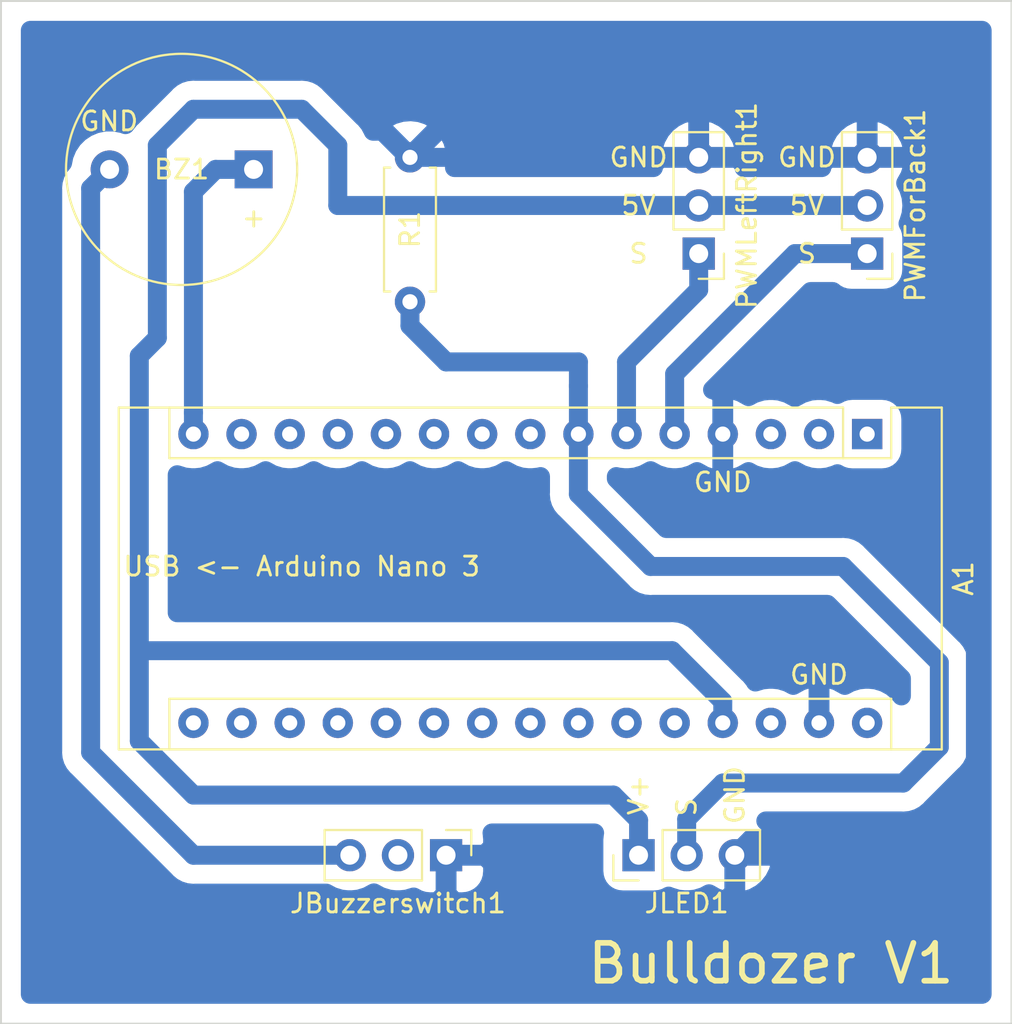
<source format=kicad_pcb>
(kicad_pcb (version 20171130) (host pcbnew "(5.1.4)-1")

  (general
    (thickness 1.6)
    (drawings 24)
    (tracks 64)
    (zones 0)
    (modules 7)
    (nets 32)
  )

  (page A4)
  (layers
    (0 F.Cu signal hide)
    (31 B.Cu signal)
    (32 B.Adhes user hide)
    (33 F.Adhes user hide)
    (34 B.Paste user hide)
    (35 F.Paste user hide)
    (36 B.SilkS user hide)
    (37 F.SilkS user)
    (38 B.Mask user)
    (39 F.Mask user hide)
    (40 Dwgs.User user hide)
    (41 Cmts.User user hide)
    (42 Eco1.User user hide)
    (43 Eco2.User user hide)
    (44 Edge.Cuts user)
    (45 Margin user)
    (46 B.CrtYd user hide)
    (47 F.CrtYd user hide)
    (48 B.Fab user hide)
    (49 F.Fab user hide)
  )

  (setup
    (last_trace_width 1)
    (user_trace_width 1)
    (trace_clearance 0.2)
    (zone_clearance 0.508)
    (zone_45_only no)
    (trace_min 0.2)
    (via_size 0.8)
    (via_drill 0.4)
    (via_min_size 0.4)
    (via_min_drill 0.3)
    (uvia_size 0.3)
    (uvia_drill 0.1)
    (uvias_allowed no)
    (uvia_min_size 0.2)
    (uvia_min_drill 0.1)
    (edge_width 0.05)
    (segment_width 0.2)
    (pcb_text_width 0.3)
    (pcb_text_size 1.5 1.5)
    (mod_edge_width 0.12)
    (mod_text_size 1 1)
    (mod_text_width 0.15)
    (pad_size 1.524 1.524)
    (pad_drill 0.762)
    (pad_to_mask_clearance 0.051)
    (solder_mask_min_width 0.25)
    (aux_axis_origin 0 0)
    (visible_elements 7FFFFFFF)
    (pcbplotparams
      (layerselection 0x010fc_ffffffff)
      (usegerberextensions false)
      (usegerberattributes false)
      (usegerberadvancedattributes false)
      (creategerberjobfile false)
      (excludeedgelayer true)
      (linewidth 0.100000)
      (plotframeref false)
      (viasonmask false)
      (mode 1)
      (useauxorigin false)
      (hpglpennumber 1)
      (hpglpenspeed 20)
      (hpglpendiameter 15.000000)
      (psnegative false)
      (psa4output false)
      (plotreference true)
      (plotvalue true)
      (plotinvisibletext false)
      (padsonsilk false)
      (subtractmaskfromsilk false)
      (outputformat 1)
      (mirror false)
      (drillshape 1)
      (scaleselection 1)
      (outputdirectory ""))
  )

  (net 0 "")
  (net 1 "Net-(A1-Pad16)")
  (net 2 "Net-(A1-Pad15)")
  (net 3 "Net-(A1-Pad30)")
  (net 4 "Net-(A1-Pad14)")
  (net 5 "Net-(A1-Pad29)")
  (net 6 "Net-(A1-Pad13)")
  (net 7 "Net-(A1-Pad28)")
  (net 8 "Net-(A1-Pad12)")
  (net 9 "Net-(A1-Pad27)")
  (net 10 "Net-(A1-Pad11)")
  (net 11 "Net-(A1-Pad26)")
  (net 12 "Net-(A1-Pad10)")
  (net 13 "Net-(A1-Pad25)")
  (net 14 "Net-(A1-Pad9)")
  (net 15 "Net-(A1-Pad24)")
  (net 16 "Net-(A1-Pad8)")
  (net 17 "Net-(A1-Pad23)")
  (net 18 "Net-(A1-Pad7)")
  (net 19 "Net-(A1-Pad22)")
  (net 20 "Net-(A1-Pad6)")
  (net 21 "Net-(A1-Pad21)")
  (net 22 "Net-(A1-Pad5)")
  (net 23 "Net-(A1-Pad20)")
  (net 24 "Net-(A1-Pad19)")
  (net 25 "Net-(A1-Pad3)")
  (net 26 "Net-(A1-Pad18)")
  (net 27 "Net-(A1-Pad2)")
  (net 28 "Net-(A1-Pad17)")
  (net 29 "Net-(A1-Pad1)")
  (net 30 "Net-(BZ1-Pad2)")
  (net 31 "Net-(JBuzzerswitch1-Pad2)")

  (net_class Default "Dies ist die voreingestellte Netzklasse."
    (clearance 0.2)
    (trace_width 0.25)
    (via_dia 0.8)
    (via_drill 0.4)
    (uvia_dia 0.3)
    (uvia_drill 0.1)
    (add_net "Net-(A1-Pad1)")
    (add_net "Net-(A1-Pad10)")
    (add_net "Net-(A1-Pad11)")
    (add_net "Net-(A1-Pad12)")
    (add_net "Net-(A1-Pad13)")
    (add_net "Net-(A1-Pad14)")
    (add_net "Net-(A1-Pad15)")
    (add_net "Net-(A1-Pad16)")
    (add_net "Net-(A1-Pad17)")
    (add_net "Net-(A1-Pad18)")
    (add_net "Net-(A1-Pad19)")
    (add_net "Net-(A1-Pad2)")
    (add_net "Net-(A1-Pad20)")
    (add_net "Net-(A1-Pad21)")
    (add_net "Net-(A1-Pad22)")
    (add_net "Net-(A1-Pad23)")
    (add_net "Net-(A1-Pad24)")
    (add_net "Net-(A1-Pad25)")
    (add_net "Net-(A1-Pad26)")
    (add_net "Net-(A1-Pad27)")
    (add_net "Net-(A1-Pad28)")
    (add_net "Net-(A1-Pad29)")
    (add_net "Net-(A1-Pad3)")
    (add_net "Net-(A1-Pad30)")
    (add_net "Net-(A1-Pad5)")
    (add_net "Net-(A1-Pad6)")
    (add_net "Net-(A1-Pad7)")
    (add_net "Net-(A1-Pad8)")
    (add_net "Net-(A1-Pad9)")
    (add_net "Net-(BZ1-Pad2)")
    (add_net "Net-(JBuzzerswitch1-Pad2)")
  )

  (module Resistor_THT:R_Axial_DIN0207_L6.3mm_D2.5mm_P7.62mm_Horizontal (layer F.Cu) (tedit 5AE5139B) (tstamp 5DCC492E)
    (at 121.92 67.945 270)
    (descr "Resistor, Axial_DIN0207 series, Axial, Horizontal, pin pitch=7.62mm, 0.25W = 1/4W, length*diameter=6.3*2.5mm^2, http://cdn-reichelt.de/documents/datenblatt/B400/1_4W%23YAG.pdf")
    (tags "Resistor Axial_DIN0207 series Axial Horizontal pin pitch 7.62mm 0.25W = 1/4W length 6.3mm diameter 2.5mm")
    (path /5DCC6492)
    (fp_text reference R1 (at 3.81 0 90) (layer F.SilkS)
      (effects (font (size 1 1) (thickness 0.15)))
    )
    (fp_text value 270 (at 3.81 2.37 90) (layer F.Fab)
      (effects (font (size 1 1) (thickness 0.15)))
    )
    (fp_text user %R (at 3.81 0 90) (layer F.Fab)
      (effects (font (size 1 1) (thickness 0.15)))
    )
    (fp_line (start 8.67 -1.5) (end -1.05 -1.5) (layer F.CrtYd) (width 0.05))
    (fp_line (start 8.67 1.5) (end 8.67 -1.5) (layer F.CrtYd) (width 0.05))
    (fp_line (start -1.05 1.5) (end 8.67 1.5) (layer F.CrtYd) (width 0.05))
    (fp_line (start -1.05 -1.5) (end -1.05 1.5) (layer F.CrtYd) (width 0.05))
    (fp_line (start 7.08 1.37) (end 7.08 1.04) (layer F.SilkS) (width 0.12))
    (fp_line (start 0.54 1.37) (end 7.08 1.37) (layer F.SilkS) (width 0.12))
    (fp_line (start 0.54 1.04) (end 0.54 1.37) (layer F.SilkS) (width 0.12))
    (fp_line (start 7.08 -1.37) (end 7.08 -1.04) (layer F.SilkS) (width 0.12))
    (fp_line (start 0.54 -1.37) (end 7.08 -1.37) (layer F.SilkS) (width 0.12))
    (fp_line (start 0.54 -1.04) (end 0.54 -1.37) (layer F.SilkS) (width 0.12))
    (fp_line (start 7.62 0) (end 6.96 0) (layer F.Fab) (width 0.1))
    (fp_line (start 0 0) (end 0.66 0) (layer F.Fab) (width 0.1))
    (fp_line (start 6.96 -1.25) (end 0.66 -1.25) (layer F.Fab) (width 0.1))
    (fp_line (start 6.96 1.25) (end 6.96 -1.25) (layer F.Fab) (width 0.1))
    (fp_line (start 0.66 1.25) (end 6.96 1.25) (layer F.Fab) (width 0.1))
    (fp_line (start 0.66 -1.25) (end 0.66 1.25) (layer F.Fab) (width 0.1))
    (pad 2 thru_hole oval (at 7.62 0 270) (size 1.6 1.6) (drill 0.8) (layers *.Cu *.Mask)
      (net 18 "Net-(A1-Pad7)"))
    (pad 1 thru_hole circle (at 0 0 270) (size 1.6 1.6) (drill 0.8) (layers *.Cu *.Mask)
      (net 5 "Net-(A1-Pad29)"))
    (model ${KISYS3DMOD}/Resistor_THT.3dshapes/R_Axial_DIN0207_L6.3mm_D2.5mm_P7.62mm_Horizontal.wrl
      (at (xyz 0 0 0))
      (scale (xyz 1 1 1))
      (rotate (xyz 0 0 0))
    )
  )

  (module Connector_PinHeader_2.54mm:PinHeader_1x03_P2.54mm_Vertical (layer F.Cu) (tedit 59FED5CC) (tstamp 5DCC4900)
    (at 133.985 104.775 90)
    (descr "Through hole straight pin header, 1x03, 2.54mm pitch, single row")
    (tags "Through hole pin header THT 1x03 2.54mm single row")
    (path /5DCC43B3)
    (fp_text reference JLED1 (at -2.54 2.54) (layer F.SilkS)
      (effects (font (size 1 1) (thickness 0.15)))
    )
    (fp_text value Conn_01x03 (at 0 7.41 90) (layer F.Fab)
      (effects (font (size 1 1) (thickness 0.15)))
    )
    (fp_text user %R (at 0 2.54) (layer F.Fab)
      (effects (font (size 1 1) (thickness 0.15)))
    )
    (fp_line (start 1.8 -1.8) (end -1.8 -1.8) (layer F.CrtYd) (width 0.05))
    (fp_line (start 1.8 6.85) (end 1.8 -1.8) (layer F.CrtYd) (width 0.05))
    (fp_line (start -1.8 6.85) (end 1.8 6.85) (layer F.CrtYd) (width 0.05))
    (fp_line (start -1.8 -1.8) (end -1.8 6.85) (layer F.CrtYd) (width 0.05))
    (fp_line (start -1.33 -1.33) (end 0 -1.33) (layer F.SilkS) (width 0.12))
    (fp_line (start -1.33 0) (end -1.33 -1.33) (layer F.SilkS) (width 0.12))
    (fp_line (start -1.33 1.27) (end 1.33 1.27) (layer F.SilkS) (width 0.12))
    (fp_line (start 1.33 1.27) (end 1.33 6.41) (layer F.SilkS) (width 0.12))
    (fp_line (start -1.33 1.27) (end -1.33 6.41) (layer F.SilkS) (width 0.12))
    (fp_line (start -1.33 6.41) (end 1.33 6.41) (layer F.SilkS) (width 0.12))
    (fp_line (start -1.27 -0.635) (end -0.635 -1.27) (layer F.Fab) (width 0.1))
    (fp_line (start -1.27 6.35) (end -1.27 -0.635) (layer F.Fab) (width 0.1))
    (fp_line (start 1.27 6.35) (end -1.27 6.35) (layer F.Fab) (width 0.1))
    (fp_line (start 1.27 -1.27) (end 1.27 6.35) (layer F.Fab) (width 0.1))
    (fp_line (start -0.635 -1.27) (end 1.27 -1.27) (layer F.Fab) (width 0.1))
    (pad 3 thru_hole oval (at 0 5.08 90) (size 1.7 1.7) (drill 1) (layers *.Cu *.Mask)
      (net 5 "Net-(A1-Pad29)"))
    (pad 2 thru_hole oval (at 0 2.54 90) (size 1.7 1.7) (drill 1) (layers *.Cu *.Mask)
      (net 18 "Net-(A1-Pad7)"))
    (pad 1 thru_hole rect (at 0 0 90) (size 1.7 1.7) (drill 1) (layers *.Cu *.Mask)
      (net 9 "Net-(A1-Pad27)"))
    (model ${KISYS3DMOD}/Connector_PinHeader_2.54mm.3dshapes/PinHeader_1x03_P2.54mm_Vertical.wrl
      (at (xyz 0 0 0))
      (scale (xyz 1 1 1))
      (rotate (xyz 0 0 0))
    )
  )

  (module Connector_PinHeader_2.54mm:PinHeader_1x03_P2.54mm_Vertical (layer F.Cu) (tedit 59FED5CC) (tstamp 5DCC48E9)
    (at 146.05 73.025 180)
    (descr "Through hole straight pin header, 1x03, 2.54mm pitch, single row")
    (tags "Through hole pin header THT 1x03 2.54mm single row")
    (path /5DCC9800)
    (fp_text reference PWMForBack1 (at -2.54 2.54 90) (layer F.SilkS)
      (effects (font (size 1 1) (thickness 0.15)))
    )
    (fp_text value Conn_01x03 (at 0 7.41) (layer F.Fab)
      (effects (font (size 1 1) (thickness 0.15)))
    )
    (fp_text user %R (at 0 2.54 90) (layer F.Fab)
      (effects (font (size 1 1) (thickness 0.15)))
    )
    (fp_line (start 1.8 -1.8) (end -1.8 -1.8) (layer F.CrtYd) (width 0.05))
    (fp_line (start 1.8 6.85) (end 1.8 -1.8) (layer F.CrtYd) (width 0.05))
    (fp_line (start -1.8 6.85) (end 1.8 6.85) (layer F.CrtYd) (width 0.05))
    (fp_line (start -1.8 -1.8) (end -1.8 6.85) (layer F.CrtYd) (width 0.05))
    (fp_line (start -1.33 -1.33) (end 0 -1.33) (layer F.SilkS) (width 0.12))
    (fp_line (start -1.33 0) (end -1.33 -1.33) (layer F.SilkS) (width 0.12))
    (fp_line (start -1.33 1.27) (end 1.33 1.27) (layer F.SilkS) (width 0.12))
    (fp_line (start 1.33 1.27) (end 1.33 6.41) (layer F.SilkS) (width 0.12))
    (fp_line (start -1.33 1.27) (end -1.33 6.41) (layer F.SilkS) (width 0.12))
    (fp_line (start -1.33 6.41) (end 1.33 6.41) (layer F.SilkS) (width 0.12))
    (fp_line (start -1.27 -0.635) (end -0.635 -1.27) (layer F.Fab) (width 0.1))
    (fp_line (start -1.27 6.35) (end -1.27 -0.635) (layer F.Fab) (width 0.1))
    (fp_line (start 1.27 6.35) (end -1.27 6.35) (layer F.Fab) (width 0.1))
    (fp_line (start 1.27 -1.27) (end 1.27 6.35) (layer F.Fab) (width 0.1))
    (fp_line (start -0.635 -1.27) (end 1.27 -1.27) (layer F.Fab) (width 0.1))
    (pad 3 thru_hole oval (at 0 5.08 180) (size 1.7 1.7) (drill 1) (layers *.Cu *.Mask)
      (net 5 "Net-(A1-Pad29)"))
    (pad 2 thru_hole oval (at 0 2.54 180) (size 1.7 1.7) (drill 1) (layers *.Cu *.Mask)
      (net 9 "Net-(A1-Pad27)"))
    (pad 1 thru_hole rect (at 0 0 180) (size 1.7 1.7) (drill 1) (layers *.Cu *.Mask)
      (net 22 "Net-(A1-Pad5)"))
    (model ${KISYS3DMOD}/Connector_PinHeader_2.54mm.3dshapes/PinHeader_1x03_P2.54mm_Vertical.wrl
      (at (xyz 0 0 0))
      (scale (xyz 1 1 1))
      (rotate (xyz 0 0 0))
    )
  )

  (module Connector_PinHeader_2.54mm:PinHeader_1x03_P2.54mm_Vertical (layer F.Cu) (tedit 59FED5CC) (tstamp 5DCC48D2)
    (at 137.16 73.025 180)
    (descr "Through hole straight pin header, 1x03, 2.54mm pitch, single row")
    (tags "Through hole pin header THT 1x03 2.54mm single row")
    (path /5DCC8E17)
    (fp_text reference PWMLeftRight1 (at -2.54 2.54 90) (layer F.SilkS)
      (effects (font (size 1 1) (thickness 0.15)))
    )
    (fp_text value Conn_01x03 (at 0 7.41) (layer F.Fab)
      (effects (font (size 1 1) (thickness 0.15)))
    )
    (fp_text user %R (at 0 2.54 90) (layer F.Fab)
      (effects (font (size 1 1) (thickness 0.15)))
    )
    (fp_line (start 1.8 -1.8) (end -1.8 -1.8) (layer F.CrtYd) (width 0.05))
    (fp_line (start 1.8 6.85) (end 1.8 -1.8) (layer F.CrtYd) (width 0.05))
    (fp_line (start -1.8 6.85) (end 1.8 6.85) (layer F.CrtYd) (width 0.05))
    (fp_line (start -1.8 -1.8) (end -1.8 6.85) (layer F.CrtYd) (width 0.05))
    (fp_line (start -1.33 -1.33) (end 0 -1.33) (layer F.SilkS) (width 0.12))
    (fp_line (start -1.33 0) (end -1.33 -1.33) (layer F.SilkS) (width 0.12))
    (fp_line (start -1.33 1.27) (end 1.33 1.27) (layer F.SilkS) (width 0.12))
    (fp_line (start 1.33 1.27) (end 1.33 6.41) (layer F.SilkS) (width 0.12))
    (fp_line (start -1.33 1.27) (end -1.33 6.41) (layer F.SilkS) (width 0.12))
    (fp_line (start -1.33 6.41) (end 1.33 6.41) (layer F.SilkS) (width 0.12))
    (fp_line (start -1.27 -0.635) (end -0.635 -1.27) (layer F.Fab) (width 0.1))
    (fp_line (start -1.27 6.35) (end -1.27 -0.635) (layer F.Fab) (width 0.1))
    (fp_line (start 1.27 6.35) (end -1.27 6.35) (layer F.Fab) (width 0.1))
    (fp_line (start 1.27 -1.27) (end 1.27 6.35) (layer F.Fab) (width 0.1))
    (fp_line (start -0.635 -1.27) (end 1.27 -1.27) (layer F.Fab) (width 0.1))
    (pad 3 thru_hole oval (at 0 5.08 180) (size 1.7 1.7) (drill 1) (layers *.Cu *.Mask)
      (net 5 "Net-(A1-Pad29)"))
    (pad 2 thru_hole oval (at 0 2.54 180) (size 1.7 1.7) (drill 1) (layers *.Cu *.Mask)
      (net 9 "Net-(A1-Pad27)"))
    (pad 1 thru_hole rect (at 0 0 180) (size 1.7 1.7) (drill 1) (layers *.Cu *.Mask)
      (net 20 "Net-(A1-Pad6)"))
    (model ${KISYS3DMOD}/Connector_PinHeader_2.54mm.3dshapes/PinHeader_1x03_P2.54mm_Vertical.wrl
      (at (xyz 0 0 0))
      (scale (xyz 1 1 1))
      (rotate (xyz 0 0 0))
    )
  )

  (module Connector_PinHeader_2.54mm:PinHeader_1x03_P2.54mm_Vertical (layer F.Cu) (tedit 59FED5CC) (tstamp 5DCC48BB)
    (at 123.825 104.775 270)
    (descr "Through hole straight pin header, 1x03, 2.54mm pitch, single row")
    (tags "Through hole pin header THT 1x03 2.54mm single row")
    (path /5DCCA42F)
    (fp_text reference JBuzzerswitch1 (at 2.54 2.54) (layer F.SilkS)
      (effects (font (size 1 1) (thickness 0.15)))
    )
    (fp_text value Conn_01x03 (at 0 7.41 90) (layer F.Fab)
      (effects (font (size 1 1) (thickness 0.15)))
    )
    (fp_text user %R (at 0 2.54) (layer F.Fab)
      (effects (font (size 1 1) (thickness 0.15)))
    )
    (fp_line (start 1.8 -1.8) (end -1.8 -1.8) (layer F.CrtYd) (width 0.05))
    (fp_line (start 1.8 6.85) (end 1.8 -1.8) (layer F.CrtYd) (width 0.05))
    (fp_line (start -1.8 6.85) (end 1.8 6.85) (layer F.CrtYd) (width 0.05))
    (fp_line (start -1.8 -1.8) (end -1.8 6.85) (layer F.CrtYd) (width 0.05))
    (fp_line (start -1.33 -1.33) (end 0 -1.33) (layer F.SilkS) (width 0.12))
    (fp_line (start -1.33 0) (end -1.33 -1.33) (layer F.SilkS) (width 0.12))
    (fp_line (start -1.33 1.27) (end 1.33 1.27) (layer F.SilkS) (width 0.12))
    (fp_line (start 1.33 1.27) (end 1.33 6.41) (layer F.SilkS) (width 0.12))
    (fp_line (start -1.33 1.27) (end -1.33 6.41) (layer F.SilkS) (width 0.12))
    (fp_line (start -1.33 6.41) (end 1.33 6.41) (layer F.SilkS) (width 0.12))
    (fp_line (start -1.27 -0.635) (end -0.635 -1.27) (layer F.Fab) (width 0.1))
    (fp_line (start -1.27 6.35) (end -1.27 -0.635) (layer F.Fab) (width 0.1))
    (fp_line (start 1.27 6.35) (end -1.27 6.35) (layer F.Fab) (width 0.1))
    (fp_line (start 1.27 -1.27) (end 1.27 6.35) (layer F.Fab) (width 0.1))
    (fp_line (start -0.635 -1.27) (end 1.27 -1.27) (layer F.Fab) (width 0.1))
    (pad 3 thru_hole oval (at 0 5.08 270) (size 1.7 1.7) (drill 1) (layers *.Cu *.Mask)
      (net 30 "Net-(BZ1-Pad2)"))
    (pad 2 thru_hole oval (at 0 2.54 270) (size 1.7 1.7) (drill 1) (layers *.Cu *.Mask)
      (net 31 "Net-(JBuzzerswitch1-Pad2)"))
    (pad 1 thru_hole rect (at 0 0 270) (size 1.7 1.7) (drill 1) (layers *.Cu *.Mask)
      (net 5 "Net-(A1-Pad29)"))
    (model ${KISYS3DMOD}/Connector_PinHeader_2.54mm.3dshapes/PinHeader_1x03_P2.54mm_Vertical.wrl
      (at (xyz 0 0 0))
      (scale (xyz 1 1 1))
      (rotate (xyz 0 0 0))
    )
  )

  (module Buzzer_Beeper:Buzzer_12x9.5RM7.6 (layer F.Cu) (tedit 5A030281) (tstamp 5DCC48A4)
    (at 113.665 68.58 180)
    (descr "Generic Buzzer, D12mm height 9.5mm with RM7.6mm")
    (tags buzzer)
    (path /5DCC5A3F)
    (fp_text reference BZ1 (at 3.8 0) (layer F.SilkS)
      (effects (font (size 1 1) (thickness 0.15)))
    )
    (fp_text value Buzzer (at 3.8 7.4) (layer F.Fab)
      (effects (font (size 1 1) (thickness 0.15)))
    )
    (fp_circle (center 3.8 0) (end 9.9 0) (layer F.SilkS) (width 0.12))
    (fp_circle (center 3.8 0) (end 4.8 0) (layer F.Fab) (width 0.1))
    (fp_circle (center 3.8 0) (end 9.8 0) (layer F.Fab) (width 0.1))
    (fp_circle (center 3.8 0) (end 10.05 0) (layer F.CrtYd) (width 0.05))
    (fp_text user %R (at 3.8 -4) (layer F.Fab)
      (effects (font (size 1 1) (thickness 0.15)))
    )
    (fp_text user + (at -0.01 -2.54) (layer F.SilkS)
      (effects (font (size 1 1) (thickness 0.15)))
    )
    (fp_text user + (at -0.01 -2.54) (layer F.Fab)
      (effects (font (size 1 1) (thickness 0.15)))
    )
    (pad 2 thru_hole circle (at 7.6 0 180) (size 2 2) (drill 1) (layers *.Cu *.Mask)
      (net 30 "Net-(BZ1-Pad2)"))
    (pad 1 thru_hole rect (at 0 0 180) (size 2 2) (drill 1) (layers *.Cu *.Mask)
      (net 2 "Net-(A1-Pad15)"))
    (model ${KISYS3DMOD}/Buzzer_Beeper.3dshapes/Buzzer_12x9.5RM7.6.wrl
      (at (xyz 0 0 0))
      (scale (xyz 1 1 1))
      (rotate (xyz 0 0 0))
    )
  )

  (module Module:Arduino_Nano (layer F.Cu) (tedit 58ACAF70) (tstamp 5DCC4897)
    (at 146.05 82.55 270)
    (descr "Arduino Nano, http://www.mouser.com/pdfdocs/Gravitech_Arduino_Nano3_0.pdf")
    (tags "Arduino Nano")
    (path /5DCC3C42)
    (fp_text reference A1 (at 7.62 -5.08 90) (layer F.SilkS)
      (effects (font (size 1 1) (thickness 0.15)))
    )
    (fp_text value Arduino_Nano_v3.x (at 8.89 19.05) (layer F.Fab)
      (effects (font (size 1 1) (thickness 0.15)))
    )
    (fp_line (start 16.75 42.16) (end -1.53 42.16) (layer F.CrtYd) (width 0.05))
    (fp_line (start 16.75 42.16) (end 16.75 -4.06) (layer F.CrtYd) (width 0.05))
    (fp_line (start -1.53 -4.06) (end -1.53 42.16) (layer F.CrtYd) (width 0.05))
    (fp_line (start -1.53 -4.06) (end 16.75 -4.06) (layer F.CrtYd) (width 0.05))
    (fp_line (start 16.51 -3.81) (end 16.51 39.37) (layer F.Fab) (width 0.1))
    (fp_line (start 0 -3.81) (end 16.51 -3.81) (layer F.Fab) (width 0.1))
    (fp_line (start -1.27 -2.54) (end 0 -3.81) (layer F.Fab) (width 0.1))
    (fp_line (start -1.27 39.37) (end -1.27 -2.54) (layer F.Fab) (width 0.1))
    (fp_line (start 16.51 39.37) (end -1.27 39.37) (layer F.Fab) (width 0.1))
    (fp_line (start 16.64 -3.94) (end -1.4 -3.94) (layer F.SilkS) (width 0.12))
    (fp_line (start 16.64 39.5) (end 16.64 -3.94) (layer F.SilkS) (width 0.12))
    (fp_line (start -1.4 39.5) (end 16.64 39.5) (layer F.SilkS) (width 0.12))
    (fp_line (start 3.81 41.91) (end 3.81 31.75) (layer F.Fab) (width 0.1))
    (fp_line (start 11.43 41.91) (end 3.81 41.91) (layer F.Fab) (width 0.1))
    (fp_line (start 11.43 31.75) (end 11.43 41.91) (layer F.Fab) (width 0.1))
    (fp_line (start 3.81 31.75) (end 11.43 31.75) (layer F.Fab) (width 0.1))
    (fp_line (start 1.27 36.83) (end -1.4 36.83) (layer F.SilkS) (width 0.12))
    (fp_line (start 1.27 1.27) (end 1.27 36.83) (layer F.SilkS) (width 0.12))
    (fp_line (start 1.27 1.27) (end -1.4 1.27) (layer F.SilkS) (width 0.12))
    (fp_line (start 13.97 36.83) (end 16.64 36.83) (layer F.SilkS) (width 0.12))
    (fp_line (start 13.97 -1.27) (end 13.97 36.83) (layer F.SilkS) (width 0.12))
    (fp_line (start 13.97 -1.27) (end 16.64 -1.27) (layer F.SilkS) (width 0.12))
    (fp_line (start -1.4 -3.94) (end -1.4 -1.27) (layer F.SilkS) (width 0.12))
    (fp_line (start -1.4 1.27) (end -1.4 39.5) (layer F.SilkS) (width 0.12))
    (fp_line (start 1.27 -1.27) (end -1.4 -1.27) (layer F.SilkS) (width 0.12))
    (fp_line (start 1.27 1.27) (end 1.27 -1.27) (layer F.SilkS) (width 0.12))
    (fp_text user %R (at 6.35 19.05) (layer F.Fab)
      (effects (font (size 1 1) (thickness 0.15)))
    )
    (pad 16 thru_hole oval (at 15.24 35.56 270) (size 1.6 1.6) (drill 0.8) (layers *.Cu *.Mask)
      (net 1 "Net-(A1-Pad16)"))
    (pad 15 thru_hole oval (at 0 35.56 270) (size 1.6 1.6) (drill 0.8) (layers *.Cu *.Mask)
      (net 2 "Net-(A1-Pad15)"))
    (pad 30 thru_hole oval (at 15.24 0 270) (size 1.6 1.6) (drill 0.8) (layers *.Cu *.Mask)
      (net 3 "Net-(A1-Pad30)"))
    (pad 14 thru_hole oval (at 0 33.02 270) (size 1.6 1.6) (drill 0.8) (layers *.Cu *.Mask)
      (net 4 "Net-(A1-Pad14)"))
    (pad 29 thru_hole oval (at 15.24 2.54 270) (size 1.6 1.6) (drill 0.8) (layers *.Cu *.Mask)
      (net 5 "Net-(A1-Pad29)"))
    (pad 13 thru_hole oval (at 0 30.48 270) (size 1.6 1.6) (drill 0.8) (layers *.Cu *.Mask)
      (net 6 "Net-(A1-Pad13)"))
    (pad 28 thru_hole oval (at 15.24 5.08 270) (size 1.6 1.6) (drill 0.8) (layers *.Cu *.Mask)
      (net 7 "Net-(A1-Pad28)"))
    (pad 12 thru_hole oval (at 0 27.94 270) (size 1.6 1.6) (drill 0.8) (layers *.Cu *.Mask)
      (net 8 "Net-(A1-Pad12)"))
    (pad 27 thru_hole oval (at 15.24 7.62 270) (size 1.6 1.6) (drill 0.8) (layers *.Cu *.Mask)
      (net 9 "Net-(A1-Pad27)"))
    (pad 11 thru_hole oval (at 0 25.4 270) (size 1.6 1.6) (drill 0.8) (layers *.Cu *.Mask)
      (net 10 "Net-(A1-Pad11)"))
    (pad 26 thru_hole oval (at 15.24 10.16 270) (size 1.6 1.6) (drill 0.8) (layers *.Cu *.Mask)
      (net 11 "Net-(A1-Pad26)"))
    (pad 10 thru_hole oval (at 0 22.86 270) (size 1.6 1.6) (drill 0.8) (layers *.Cu *.Mask)
      (net 12 "Net-(A1-Pad10)"))
    (pad 25 thru_hole oval (at 15.24 12.7 270) (size 1.6 1.6) (drill 0.8) (layers *.Cu *.Mask)
      (net 13 "Net-(A1-Pad25)"))
    (pad 9 thru_hole oval (at 0 20.32 270) (size 1.6 1.6) (drill 0.8) (layers *.Cu *.Mask)
      (net 14 "Net-(A1-Pad9)"))
    (pad 24 thru_hole oval (at 15.24 15.24 270) (size 1.6 1.6) (drill 0.8) (layers *.Cu *.Mask)
      (net 15 "Net-(A1-Pad24)"))
    (pad 8 thru_hole oval (at 0 17.78 270) (size 1.6 1.6) (drill 0.8) (layers *.Cu *.Mask)
      (net 16 "Net-(A1-Pad8)"))
    (pad 23 thru_hole oval (at 15.24 17.78 270) (size 1.6 1.6) (drill 0.8) (layers *.Cu *.Mask)
      (net 17 "Net-(A1-Pad23)"))
    (pad 7 thru_hole oval (at 0 15.24 270) (size 1.6 1.6) (drill 0.8) (layers *.Cu *.Mask)
      (net 18 "Net-(A1-Pad7)"))
    (pad 22 thru_hole oval (at 15.24 20.32 270) (size 1.6 1.6) (drill 0.8) (layers *.Cu *.Mask)
      (net 19 "Net-(A1-Pad22)"))
    (pad 6 thru_hole oval (at 0 12.7 270) (size 1.6 1.6) (drill 0.8) (layers *.Cu *.Mask)
      (net 20 "Net-(A1-Pad6)"))
    (pad 21 thru_hole oval (at 15.24 22.86 270) (size 1.6 1.6) (drill 0.8) (layers *.Cu *.Mask)
      (net 21 "Net-(A1-Pad21)"))
    (pad 5 thru_hole oval (at 0 10.16 270) (size 1.6 1.6) (drill 0.8) (layers *.Cu *.Mask)
      (net 22 "Net-(A1-Pad5)"))
    (pad 20 thru_hole oval (at 15.24 25.4 270) (size 1.6 1.6) (drill 0.8) (layers *.Cu *.Mask)
      (net 23 "Net-(A1-Pad20)"))
    (pad 4 thru_hole oval (at 0 7.62 270) (size 1.6 1.6) (drill 0.8) (layers *.Cu *.Mask)
      (net 5 "Net-(A1-Pad29)"))
    (pad 19 thru_hole oval (at 15.24 27.94 270) (size 1.6 1.6) (drill 0.8) (layers *.Cu *.Mask)
      (net 24 "Net-(A1-Pad19)"))
    (pad 3 thru_hole oval (at 0 5.08 270) (size 1.6 1.6) (drill 0.8) (layers *.Cu *.Mask)
      (net 25 "Net-(A1-Pad3)"))
    (pad 18 thru_hole oval (at 15.24 30.48 270) (size 1.6 1.6) (drill 0.8) (layers *.Cu *.Mask)
      (net 26 "Net-(A1-Pad18)"))
    (pad 2 thru_hole oval (at 0 2.54 270) (size 1.6 1.6) (drill 0.8) (layers *.Cu *.Mask)
      (net 27 "Net-(A1-Pad2)"))
    (pad 17 thru_hole oval (at 15.24 33.02 270) (size 1.6 1.6) (drill 0.8) (layers *.Cu *.Mask)
      (net 28 "Net-(A1-Pad17)"))
    (pad 1 thru_hole rect (at 0 0 270) (size 1.6 1.6) (drill 0.8) (layers *.Cu *.Mask)
      (net 29 "Net-(A1-Pad1)"))
    (model ${KISYS3DMOD}/Module.3dshapes/Arduino_Nano_WithMountingHoles.wrl
      (at (xyz 0 0 0))
      (scale (xyz 1 1 1))
      (rotate (xyz 0 0 0))
    )
  )

  (gr_line (start 100.33 113.665) (end 100.33 59.69) (layer Edge.Cuts) (width 0.1))
  (gr_line (start 153.67 113.665) (end 100.33 113.665) (layer Edge.Cuts) (width 0.1))
  (gr_line (start 153.67 59.69) (end 153.67 113.665) (layer Edge.Cuts) (width 0.1))
  (gr_line (start 100.33 59.69) (end 153.67 59.69) (layer Edge.Cuts) (width 0.1))
  (gr_text 5V (at 142.875 70.485) (layer F.SilkS)
    (effects (font (size 1 1) (thickness 0.15)))
  )
  (gr_text 5V (at 133.985 70.485) (layer F.SilkS)
    (effects (font (size 1 1) (thickness 0.15)))
  )
  (gr_text "USB <- Arduino Nano 3" (at 116.205 89.535) (layer F.SilkS)
    (effects (font (size 1 1) (thickness 0.15)))
  )
  (gr_text S (at 136.525 102.235 90) (layer F.SilkS)
    (effects (font (size 1 1) (thickness 0.15)))
  )
  (gr_text V+ (at 133.985 101.6 90) (layer F.SilkS)
    (effects (font (size 1 1) (thickness 0.15)))
  )
  (gr_text S (at 142.875 73.025) (layer F.SilkS)
    (effects (font (size 1 1) (thickness 0.15)))
  )
  (gr_text S (at 133.985 73.025) (layer F.SilkS)
    (effects (font (size 1 1) (thickness 0.15)))
  )
  (gr_text "Bulldozer V1" (at 140.97 110.49) (layer F.SilkS)
    (effects (font (size 2 2) (thickness 0.3)))
  )
  (gr_text GND (at 138.43 85.09) (layer F.SilkS)
    (effects (font (size 1 1) (thickness 0.15)))
  )
  (gr_text GND (at 143.51 95.25) (layer F.SilkS)
    (effects (font (size 1 1) (thickness 0.15)))
  )
  (gr_text GND (at 139.065 101.6 90) (layer F.SilkS)
    (effects (font (size 1 1) (thickness 0.15)))
  )
  (gr_text GND (at 142.875 67.945) (layer F.SilkS)
    (effects (font (size 1 1) (thickness 0.15)))
  )
  (gr_text GND (at 133.985 67.945) (layer F.SilkS)
    (effects (font (size 1 1) (thickness 0.15)))
  )
  (gr_text GND (at 106.045 66.04) (layer F.SilkS)
    (effects (font (size 1 1) (thickness 0.15)))
  )
  (gr_text GND (at 106.045 65.405) (layer F.Fab)
    (effects (font (size 1 1) (thickness 0.15)))
  )
  (gr_text GND (at 111.125 107.315) (layer F.Fab)
    (effects (font (size 1 1) (thickness 0.15)))
  )
  (gr_text GND (at 116.205 114.3) (layer F.Fab)
    (effects (font (size 1 1) (thickness 0.15)))
  )
  (gr_text GND (at 139.065 107.95) (layer F.Fab)
    (effects (font (size 1 1) (thickness 0.15)))
  )
  (gr_text GND (at 149.86 67.945) (layer F.Fab)
    (effects (font (size 1 1) (thickness 0.15)))
  )
  (gr_text GND (at 140.97 67.945) (layer F.Fab)
    (effects (font (size 1 1) (thickness 0.15)))
  )

  (segment (start 110.49 81.41863) (end 110.49 82.55) (width 1) (layer B.Cu) (net 2))
  (segment (start 110.49 69.755) (end 110.49 81.41863) (width 1) (layer B.Cu) (net 2))
  (segment (start 111.665 68.58) (end 110.49 69.755) (width 1) (layer B.Cu) (net 2))
  (segment (start 113.665 68.58) (end 111.665 68.58) (width 1) (layer B.Cu) (net 2))
  (segment (start 121.92 67.945) (end 137.16 67.945) (width 1) (layer B.Cu) (net 5))
  (segment (start 146.05 67.945) (end 137.16 67.945) (width 1) (layer B.Cu) (net 5))
  (segment (start 123.825 104.775) (end 128.27 104.775) (width 1) (layer B.Cu) (net 5))
  (segment (start 128.27 104.775) (end 131.445 107.95) (width 1) (layer B.Cu) (net 5))
  (segment (start 148.59 67.945) (end 146.05 67.945) (width 1) (layer B.Cu) (net 5))
  (segment (start 138.43 82.55) (end 138.43 80.01) (width 1) (layer B.Cu) (net 5))
  (segment (start 138.43 80.01) (end 142.875 75.565) (width 1) (layer B.Cu) (net 5))
  (segment (start 142.875 75.565) (end 148.59 75.565) (width 1) (layer B.Cu) (net 5))
  (segment (start 148.59 75.565) (end 149.86 74.295) (width 1) (layer B.Cu) (net 5))
  (segment (start 149.86 74.295) (end 149.86 69.215) (width 1) (layer B.Cu) (net 5))
  (segment (start 149.86 69.215) (end 148.59 67.945) (width 1) (layer B.Cu) (net 5))
  (segment (start 139.065 106.68) (end 137.795 107.95) (width 1) (layer B.Cu) (net 5))
  (segment (start 131.445 107.95) (end 137.795 107.95) (width 1) (layer B.Cu) (net 5))
  (segment (start 139.065 106.68) (end 139.065 104.775) (width 1) (layer B.Cu) (net 5))
  (segment (start 139.914999 103.925001) (end 139.065 104.775) (width 1) (layer B.Cu) (net 5))
  (segment (start 148.169999 103.925001) (end 139.914999 103.925001) (width 1) (layer B.Cu) (net 5))
  (segment (start 151.765 100.33) (end 148.169999 103.925001) (width 1) (layer B.Cu) (net 5))
  (segment (start 151.765 93.345) (end 151.765 100.33) (width 1) (layer B.Cu) (net 5))
  (segment (start 148.59 90.17) (end 151.765 93.345) (width 1) (layer B.Cu) (net 5))
  (segment (start 148.59 75.565) (end 148.59 90.17) (width 1) (layer B.Cu) (net 5))
  (segment (start 137.16 70.485) (end 146.05 70.485) (width 1) (layer B.Cu) (net 9))
  (segment (start 138.43 97.79) (end 138.43 96.65863) (width 1) (layer B.Cu) (net 9))
  (segment (start 135.75137 93.98) (end 107.95 93.98) (width 1) (layer B.Cu) (net 9))
  (segment (start 138.43 96.65863) (end 135.75137 93.98) (width 1) (layer B.Cu) (net 9))
  (segment (start 133.985 102.925) (end 133.985 104.775) (width 1) (layer B.Cu) (net 9))
  (segment (start 132.66 101.6) (end 133.985 102.925) (width 1) (layer B.Cu) (net 9))
  (segment (start 107.6325 98.7425) (end 110.49 101.6) (width 1) (layer B.Cu) (net 9))
  (segment (start 107.6325 78.4225) (end 107.6325 98.7425) (width 1) (layer B.Cu) (net 9))
  (segment (start 108.585 77.47) (end 107.6325 78.4225) (width 1) (layer B.Cu) (net 9))
  (segment (start 118.11 70.485) (end 118.11 67.31) (width 1) (layer B.Cu) (net 9))
  (segment (start 137.16 70.485) (end 118.11 70.485) (width 1) (layer B.Cu) (net 9))
  (segment (start 118.11 67.31) (end 116.205 65.405) (width 1) (layer B.Cu) (net 9))
  (segment (start 116.205 65.405) (end 110.49 65.405) (width 1) (layer B.Cu) (net 9))
  (segment (start 110.49 65.405) (end 108.585 67.31) (width 1) (layer B.Cu) (net 9))
  (segment (start 110.49 101.6) (end 132.66 101.6) (width 1) (layer B.Cu) (net 9))
  (segment (start 108.585 67.31) (end 108.585 77.47) (width 1) (layer B.Cu) (net 9))
  (segment (start 136.525 104.775) (end 136.525 102.87) (width 1) (layer B.Cu) (net 18))
  (segment (start 149.86 94.615) (end 144.78 89.535) (width 1) (layer B.Cu) (net 18))
  (segment (start 136.525 102.87) (end 138.43 100.965) (width 1) (layer B.Cu) (net 18))
  (segment (start 130.81 85.725) (end 134.62 89.535) (width 1) (layer B.Cu) (net 18))
  (segment (start 144.78 89.535) (end 134.62 89.535) (width 1) (layer B.Cu) (net 18))
  (segment (start 130.81 85.725) (end 130.81 82.55) (width 1) (layer B.Cu) (net 18))
  (segment (start 149.86 99.06) (end 147.955 100.965) (width 1) (layer B.Cu) (net 18))
  (segment (start 138.43 100.965) (end 147.955 100.965) (width 1) (layer B.Cu) (net 18))
  (segment (start 149.86 99.06) (end 149.86 94.615) (width 1) (layer B.Cu) (net 18))
  (segment (start 130.81 80.01) (end 130.81 82.55) (width 1) (layer B.Cu) (net 18))
  (segment (start 130.81 78.74) (end 130.81 80.01) (width 1) (layer B.Cu) (net 18))
  (segment (start 123.825 78.74) (end 130.81 78.74) (width 1) (layer B.Cu) (net 18))
  (segment (start 121.92 75.565) (end 121.92 76.835) (width 1) (layer B.Cu) (net 18))
  (segment (start 121.92 76.835) (end 123.825 78.74) (width 1) (layer B.Cu) (net 18))
  (segment (start 137.16 73.025) (end 137.16 74.93) (width 1) (layer B.Cu) (net 20))
  (segment (start 133.35 78.74) (end 133.35 82.55) (width 1) (layer B.Cu) (net 20))
  (segment (start 137.16 74.93) (end 133.35 78.74) (width 1) (layer B.Cu) (net 20))
  (segment (start 135.89 79.375) (end 135.89 82.55) (width 1) (layer B.Cu) (net 22))
  (segment (start 146.05 73.025) (end 142.24 73.025) (width 1) (layer B.Cu) (net 22))
  (segment (start 142.24 73.025) (end 135.89 79.375) (width 1) (layer B.Cu) (net 22))
  (segment (start 105.065001 69.579999) (end 105.065001 99.350001) (width 1) (layer B.Cu) (net 30))
  (segment (start 106.065 68.58) (end 105.065001 69.579999) (width 1) (layer B.Cu) (net 30))
  (segment (start 110.49 104.775) (end 118.745 104.775) (width 1) (layer B.Cu) (net 30))
  (segment (start 105.065001 99.350001) (end 110.49 104.775) (width 1) (layer B.Cu) (net 30))

  (zone (net 5) (net_name "Net-(A1-Pad29)") (layer B.Cu) (tstamp 0) (hatch edge 0.508)
    (connect_pads (clearance 1))
    (min_thickness 1)
    (fill yes (arc_segments 32) (thermal_gap 1.1) (thermal_bridge_width 1.1) (smoothing fillet) (radius 1))
    (polygon
      (pts
        (xy 100.33 59.69) (xy 153.67 59.69) (xy 153.67 113.665) (xy 100.33 113.665)
      )
    )
    (filled_polygon
      (pts
        (xy 152.120001 112.115) (xy 101.88 112.115) (xy 101.88 69.579999) (xy 103.055325 69.579999) (xy 103.065001 69.678242)
        (xy 103.065002 99.251748) (xy 103.055325 99.350001) (xy 103.065002 99.448254) (xy 103.09394 99.74207) (xy 103.099564 99.760609)
        (xy 103.208302 100.11907) (xy 103.394016 100.466517) (xy 103.502906 100.599199) (xy 103.643946 100.771057) (xy 103.720262 100.833688)
        (xy 109.006313 106.11974) (xy 109.068944 106.196056) (xy 109.373483 106.445985) (xy 109.72093 106.631699) (xy 110.097931 106.746062)
        (xy 110.391747 106.775) (xy 110.391756 106.775) (xy 110.489999 106.784676) (xy 110.588242 106.775) (xy 117.501554 106.775)
        (xy 117.841343 106.956621) (xy 118.28432 107.090997) (xy 118.629558 107.125) (xy 118.860442 107.125) (xy 119.20568 107.090997)
        (xy 119.648657 106.956621) (xy 120.015 106.760807) (xy 120.381343 106.956621) (xy 120.82432 107.090997) (xy 121.169558 107.125)
        (xy 121.400442 107.125) (xy 121.74568 107.090997) (xy 122.114311 106.979174) (xy 122.359744 107.11036) (xy 122.661345 107.20185)
        (xy 122.975 107.232742) (xy 123.375 107.225) (xy 123.775 106.825) (xy 123.775 104.825) (xy 123.875 104.825)
        (xy 123.875 106.825) (xy 124.275 107.225) (xy 124.675 107.232742) (xy 124.988655 107.20185) (xy 125.290256 107.11036)
        (xy 125.568214 106.961789) (xy 125.811845 106.761845) (xy 126.011789 106.518214) (xy 126.16036 106.240256) (xy 126.25185 105.938655)
        (xy 126.282742 105.625) (xy 126.275 105.225) (xy 125.875 104.825) (xy 123.875 104.825) (xy 123.775 104.825)
        (xy 123.755 104.825) (xy 123.755 104.725) (xy 123.775 104.725) (xy 123.775 104.705) (xy 123.875 104.705)
        (xy 123.875 104.725) (xy 125.875 104.725) (xy 126.275 104.325) (xy 126.282742 103.925) (xy 126.25185 103.611345)
        (xy 126.248409 103.6) (xy 131.666093 103.6) (xy 131.656705 103.630949) (xy 131.627743 103.925) (xy 131.627743 105.625)
        (xy 131.656705 105.919051) (xy 131.742476 106.201802) (xy 131.881762 106.462387) (xy 132.069208 106.690792) (xy 132.297613 106.878238)
        (xy 132.558198 107.017524) (xy 132.840949 107.103295) (xy 133.135 107.132257) (xy 134.835 107.132257) (xy 135.129051 107.103295)
        (xy 135.411802 107.017524) (xy 135.573543 106.931071) (xy 135.621343 106.956621) (xy 136.06432 107.090997) (xy 136.409558 107.125)
        (xy 136.640442 107.125) (xy 136.98568 107.090997) (xy 137.428657 106.956621) (xy 137.705788 106.808492) (xy 138.084904 107.020421)
        (xy 138.541796 107.168483) (xy 138.632431 107.186511) (xy 139.015 106.82439) (xy 139.015 104.825) (xy 139.115 104.825)
        (xy 139.115 106.82439) (xy 139.497569 107.186511) (xy 139.588204 107.168483) (xy 140.045096 107.020421) (xy 140.464324 106.786069)
        (xy 140.829776 106.474432) (xy 141.127409 106.097487) (xy 141.345785 105.66972) (xy 141.476512 105.207569) (xy 141.114491 104.825)
        (xy 139.115 104.825) (xy 139.015 104.825) (xy 138.995 104.825) (xy 138.995 104.725) (xy 139.015 104.725)
        (xy 139.015 104.705) (xy 139.115 104.705) (xy 139.115 104.725) (xy 141.114491 104.725) (xy 141.476512 104.342431)
        (xy 141.345785 103.88028) (xy 141.127409 103.452513) (xy 140.829776 103.075568) (xy 140.700115 102.965) (xy 147.856757 102.965)
        (xy 147.955 102.974676) (xy 148.053243 102.965) (xy 148.053253 102.965) (xy 148.347069 102.936062) (xy 148.72407 102.821699)
        (xy 149.071517 102.635985) (xy 149.376056 102.386056) (xy 149.438691 102.309735) (xy 151.204745 100.543683) (xy 151.281056 100.481056)
        (xy 151.343682 100.404746) (xy 151.343689 100.404739) (xy 151.530986 100.176517) (xy 151.716699 99.82907) (xy 151.737329 99.761062)
        (xy 151.831062 99.452069) (xy 151.86 99.158253) (xy 151.86 99.158243) (xy 151.869676 99.06) (xy 151.86 98.961757)
        (xy 151.86 94.713243) (xy 151.869676 94.615) (xy 151.86 94.516757) (xy 151.86 94.516747) (xy 151.831062 94.222931)
        (xy 151.716699 93.84593) (xy 151.530986 93.498483) (xy 151.343688 93.270261) (xy 151.343687 93.27026) (xy 151.281056 93.193944)
        (xy 151.20474 93.131313) (xy 146.263691 88.190265) (xy 146.201056 88.113944) (xy 145.896517 87.864015) (xy 145.54907 87.678301)
        (xy 145.172069 87.563938) (xy 144.878253 87.535) (xy 144.878243 87.535) (xy 144.78 87.525324) (xy 144.681757 87.535)
        (xy 135.448427 87.535) (xy 132.81 84.896574) (xy 132.81 84.789685) (xy 132.899121 84.81672) (xy 133.237016 84.85)
        (xy 133.462984 84.85) (xy 133.800879 84.81672) (xy 134.23443 84.685204) (xy 134.62 84.479113) (xy 135.00557 84.685204)
        (xy 135.439121 84.81672) (xy 135.777016 84.85) (xy 136.002984 84.85) (xy 136.340879 84.81672) (xy 136.77443 84.685204)
        (xy 137.070975 84.526698) (xy 137.470842 84.750004) (xy 137.918471 84.894854) (xy 138.005254 84.912116) (xy 138.38 84.549375)
        (xy 138.38 82.6) (xy 138.36 82.6) (xy 138.36 82.5) (xy 138.38 82.5) (xy 138.38 80.550625)
        (xy 138.48 80.550625) (xy 138.48 82.5) (xy 138.5 82.5) (xy 138.5 82.6) (xy 138.48 82.6)
        (xy 138.48 84.549375) (xy 138.854746 84.912116) (xy 138.941529 84.894854) (xy 139.389158 84.750004) (xy 139.789025 84.526698)
        (xy 140.08557 84.685204) (xy 140.519121 84.81672) (xy 140.857016 84.85) (xy 141.082984 84.85) (xy 141.420879 84.81672)
        (xy 141.85443 84.685204) (xy 142.24 84.479113) (xy 142.62557 84.685204) (xy 143.059121 84.81672) (xy 143.397016 84.85)
        (xy 143.622984 84.85) (xy 143.960879 84.81672) (xy 144.39443 84.685204) (xy 144.480195 84.639362) (xy 144.673198 84.742524)
        (xy 144.955949 84.828295) (xy 145.25 84.857257) (xy 146.85 84.857257) (xy 147.144051 84.828295) (xy 147.426802 84.742524)
        (xy 147.687387 84.603238) (xy 147.915792 84.415792) (xy 148.103238 84.187387) (xy 148.242524 83.926802) (xy 148.328295 83.644051)
        (xy 148.357257 83.35) (xy 148.357257 81.75) (xy 148.328295 81.455949) (xy 148.242524 81.173198) (xy 148.103238 80.912613)
        (xy 147.915792 80.684208) (xy 147.687387 80.496762) (xy 147.426802 80.357476) (xy 147.144051 80.271705) (xy 146.85 80.242743)
        (xy 145.25 80.242743) (xy 144.955949 80.271705) (xy 144.673198 80.357476) (xy 144.480195 80.460638) (xy 144.39443 80.414796)
        (xy 143.960879 80.28328) (xy 143.622984 80.25) (xy 143.397016 80.25) (xy 143.059121 80.28328) (xy 142.62557 80.414796)
        (xy 142.24 80.620887) (xy 141.85443 80.414796) (xy 141.420879 80.28328) (xy 141.082984 80.25) (xy 140.857016 80.25)
        (xy 140.519121 80.28328) (xy 140.08557 80.414796) (xy 139.789025 80.573302) (xy 139.389158 80.349996) (xy 138.941529 80.205146)
        (xy 138.854746 80.187884) (xy 138.48 80.550625) (xy 138.38 80.550625) (xy 138.005254 80.187884) (xy 137.918471 80.205146)
        (xy 137.89 80.214359) (xy 137.89 80.203426) (xy 143.068427 75.025) (xy 144.236816 75.025) (xy 144.362613 75.128238)
        (xy 144.623198 75.267524) (xy 144.905949 75.353295) (xy 145.2 75.382257) (xy 146.9 75.382257) (xy 147.194051 75.353295)
        (xy 147.476802 75.267524) (xy 147.737387 75.128238) (xy 147.965792 74.940792) (xy 148.153238 74.712387) (xy 148.292524 74.451802)
        (xy 148.378295 74.169051) (xy 148.407257 73.875) (xy 148.407257 72.175) (xy 148.378295 71.880949) (xy 148.292524 71.598198)
        (xy 148.206071 71.436457) (xy 148.231621 71.388657) (xy 148.365997 70.94568) (xy 148.41137 70.485) (xy 148.365997 70.02432)
        (xy 148.231621 69.581343) (xy 148.083492 69.304212) (xy 148.295421 68.925096) (xy 148.443483 68.468204) (xy 148.461511 68.377569)
        (xy 148.09939 67.995) (xy 146.1 67.995) (xy 146.1 68.015) (xy 146 68.015) (xy 146 67.995)
        (xy 144.00061 67.995) (xy 143.638489 68.377569) (xy 143.656517 68.468204) (xy 143.66196 68.485) (xy 139.54804 68.485)
        (xy 139.553483 68.468204) (xy 139.571511 68.377569) (xy 139.20939 67.995) (xy 137.21 67.995) (xy 137.21 68.015)
        (xy 137.11 68.015) (xy 137.11 67.995) (xy 135.11061 67.995) (xy 134.748489 68.377569) (xy 134.766517 68.468204)
        (xy 134.77196 68.485) (xy 124.267811 68.485) (xy 124.276149 68.459241) (xy 124.3312 67.989698) (xy 124.29359 67.518437)
        (xy 124.29189 67.512431) (xy 134.748489 67.512431) (xy 135.11061 67.895) (xy 137.11 67.895) (xy 137.11 65.895509)
        (xy 137.21 65.895509) (xy 137.21 67.895) (xy 139.20939 67.895) (xy 139.571511 67.512431) (xy 143.638489 67.512431)
        (xy 144.00061 67.895) (xy 146 67.895) (xy 146 65.895509) (xy 146.1 65.895509) (xy 146.1 67.895)
        (xy 148.09939 67.895) (xy 148.461511 67.512431) (xy 148.443483 67.421796) (xy 148.295421 66.964904) (xy 148.061069 66.545676)
        (xy 147.749432 66.180224) (xy 147.372487 65.882591) (xy 146.94472 65.664215) (xy 146.482569 65.533488) (xy 146.1 65.895509)
        (xy 146 65.895509) (xy 145.617431 65.533488) (xy 145.15528 65.664215) (xy 144.727513 65.882591) (xy 144.350568 66.180224)
        (xy 144.038931 66.545676) (xy 143.804579 66.964904) (xy 143.656517 67.421796) (xy 143.638489 67.512431) (xy 139.571511 67.512431)
        (xy 139.553483 67.421796) (xy 139.405421 66.964904) (xy 139.171069 66.545676) (xy 138.859432 66.180224) (xy 138.482487 65.882591)
        (xy 138.05472 65.664215) (xy 137.592569 65.533488) (xy 137.21 65.895509) (xy 137.11 65.895509) (xy 136.727431 65.533488)
        (xy 136.26528 65.664215) (xy 135.837513 65.882591) (xy 135.460568 66.180224) (xy 135.148931 66.545676) (xy 134.914579 66.964904)
        (xy 134.766517 67.421796) (xy 134.748489 67.512431) (xy 124.29189 67.512431) (xy 124.164764 67.063569) (xy 123.949672 66.642574)
        (xy 123.900006 66.568245) (xy 123.377341 66.558369) (xy 121.990711 67.945) (xy 122.004853 67.959142) (xy 121.934142 68.029853)
        (xy 121.92 68.015711) (xy 121.905858 68.029853) (xy 121.835147 67.959142) (xy 121.849289 67.945) (xy 120.462659 66.558369)
        (xy 119.974786 66.567588) (xy 119.966699 66.54093) (xy 119.938226 66.487659) (xy 120.533369 66.487659) (xy 121.92 67.874289)
        (xy 123.306631 66.487659) (xy 123.296755 65.964994) (xy 122.884021 65.734447) (xy 122.434241 65.588851) (xy 121.964698 65.5338)
        (xy 121.493437 65.57141) (xy 121.038569 65.700236) (xy 120.617574 65.915328) (xy 120.543245 65.964994) (xy 120.533369 66.487659)
        (xy 119.938226 66.487659) (xy 119.872411 66.364529) (xy 119.780986 66.193483) (xy 119.593689 65.965261) (xy 119.593682 65.965254)
        (xy 119.531056 65.888944) (xy 119.454745 65.826317) (xy 117.688691 64.060265) (xy 117.626056 63.983944) (xy 117.321517 63.734015)
        (xy 116.97407 63.548301) (xy 116.597069 63.433938) (xy 116.303253 63.405) (xy 116.303243 63.405) (xy 116.205 63.395324)
        (xy 116.106757 63.405) (xy 110.588243 63.405) (xy 110.49 63.395324) (xy 110.391757 63.405) (xy 110.391747 63.405)
        (xy 110.097931 63.433938) (xy 109.72093 63.548301) (xy 109.373483 63.734014) (xy 109.145261 63.921311) (xy 109.145254 63.921318)
        (xy 109.068944 63.983944) (xy 109.006317 64.060255) (xy 107.240265 65.826309) (xy 107.163944 65.888944) (xy 106.914015 66.193483)
        (xy 106.899919 66.219855) (xy 106.794223 66.176074) (xy 106.311228 66.08) (xy 105.818772 66.08) (xy 105.335777 66.176074)
        (xy 104.880806 66.364529) (xy 104.471343 66.638124) (xy 104.123124 66.986343) (xy 103.849529 67.395806) (xy 103.661074 67.850777)
        (xy 103.585645 68.229981) (xy 103.394016 68.463482) (xy 103.208302 68.81093) (xy 103.093939 69.187931) (xy 103.065001 69.481747)
        (xy 103.065001 69.481756) (xy 103.055325 69.579999) (xy 101.88 69.579999) (xy 101.88 61.24) (xy 152.12 61.24)
      )
    )
    (filled_polygon
      (pts
        (xy 127.38557 84.685204) (xy 127.819121 84.81672) (xy 128.157016 84.85) (xy 128.382984 84.85) (xy 128.720879 84.81672)
        (xy 128.81 84.789685) (xy 128.81 85.626756) (xy 128.800324 85.725) (xy 128.81 85.823243) (xy 128.81 85.823252)
        (xy 128.838938 86.117068) (xy 128.953301 86.494069) (xy 129.139015 86.841517) (xy 129.388944 87.146056) (xy 129.465265 87.208691)
        (xy 133.136311 90.879738) (xy 133.198944 90.956056) (xy 133.27526 91.018687) (xy 133.275262 91.018689) (xy 133.503483 91.205986)
        (xy 133.85093 91.391699) (xy 134.227931 91.506062) (xy 134.521747 91.535) (xy 134.521757 91.535) (xy 134.62 91.544676)
        (xy 134.718243 91.535) (xy 143.951574 91.535) (xy 147.860001 95.443428) (xy 147.860001 96.369982) (xy 147.684214 96.155786)
        (xy 147.333994 95.868367) (xy 146.93443 95.654796) (xy 146.500879 95.52328) (xy 146.162984 95.49) (xy 145.937016 95.49)
        (xy 145.599121 95.52328) (xy 145.16557 95.654796) (xy 144.869025 95.813302) (xy 144.469158 95.589996) (xy 144.021529 95.445146)
        (xy 143.934746 95.427884) (xy 143.56 95.790625) (xy 143.56 97.74) (xy 143.58 97.74) (xy 143.58 97.84)
        (xy 143.56 97.84) (xy 143.56 97.86) (xy 143.46 97.86) (xy 143.46 97.84) (xy 143.44 97.84)
        (xy 143.44 97.74) (xy 143.46 97.74) (xy 143.46 95.790625) (xy 143.085254 95.427884) (xy 142.998471 95.445146)
        (xy 142.550842 95.589996) (xy 142.150975 95.813302) (xy 141.85443 95.654796) (xy 141.420879 95.52328) (xy 141.082984 95.49)
        (xy 140.857016 95.49) (xy 140.519121 95.52328) (xy 140.150662 95.635051) (xy 140.100986 95.542113) (xy 139.913689 95.313891)
        (xy 139.913682 95.313884) (xy 139.851056 95.237574) (xy 139.774745 95.174947) (xy 137.235061 92.635265) (xy 137.172426 92.558944)
        (xy 136.867887 92.309015) (xy 136.52044 92.123301) (xy 136.143439 92.008938) (xy 135.849623 91.98) (xy 135.849613 91.98)
        (xy 135.75137 91.970324) (xy 135.653127 91.98) (xy 109.6325 91.98) (xy 109.6325 84.693373) (xy 110.039121 84.81672)
        (xy 110.377016 84.85) (xy 110.602984 84.85) (xy 110.940879 84.81672) (xy 111.37443 84.685204) (xy 111.76 84.479113)
        (xy 112.14557 84.685204) (xy 112.579121 84.81672) (xy 112.917016 84.85) (xy 113.142984 84.85) (xy 113.480879 84.81672)
        (xy 113.91443 84.685204) (xy 114.3 84.479113) (xy 114.68557 84.685204) (xy 115.119121 84.81672) (xy 115.457016 84.85)
        (xy 115.682984 84.85) (xy 116.020879 84.81672) (xy 116.45443 84.685204) (xy 116.84 84.479113) (xy 117.22557 84.685204)
        (xy 117.659121 84.81672) (xy 117.997016 84.85) (xy 118.222984 84.85) (xy 118.560879 84.81672) (xy 118.99443 84.685204)
        (xy 119.38 84.479113) (xy 119.76557 84.685204) (xy 120.199121 84.81672) (xy 120.537016 84.85) (xy 120.762984 84.85)
        (xy 121.100879 84.81672) (xy 121.53443 84.685204) (xy 121.92 84.479113) (xy 122.30557 84.685204) (xy 122.739121 84.81672)
        (xy 123.077016 84.85) (xy 123.302984 84.85) (xy 123.640879 84.81672) (xy 124.07443 84.685204) (xy 124.46 84.479113)
        (xy 124.84557 84.685204) (xy 125.279121 84.81672) (xy 125.617016 84.85) (xy 125.842984 84.85) (xy 126.180879 84.81672)
        (xy 126.61443 84.685204) (xy 127 84.479113)
      )
    )
  )
)

</source>
